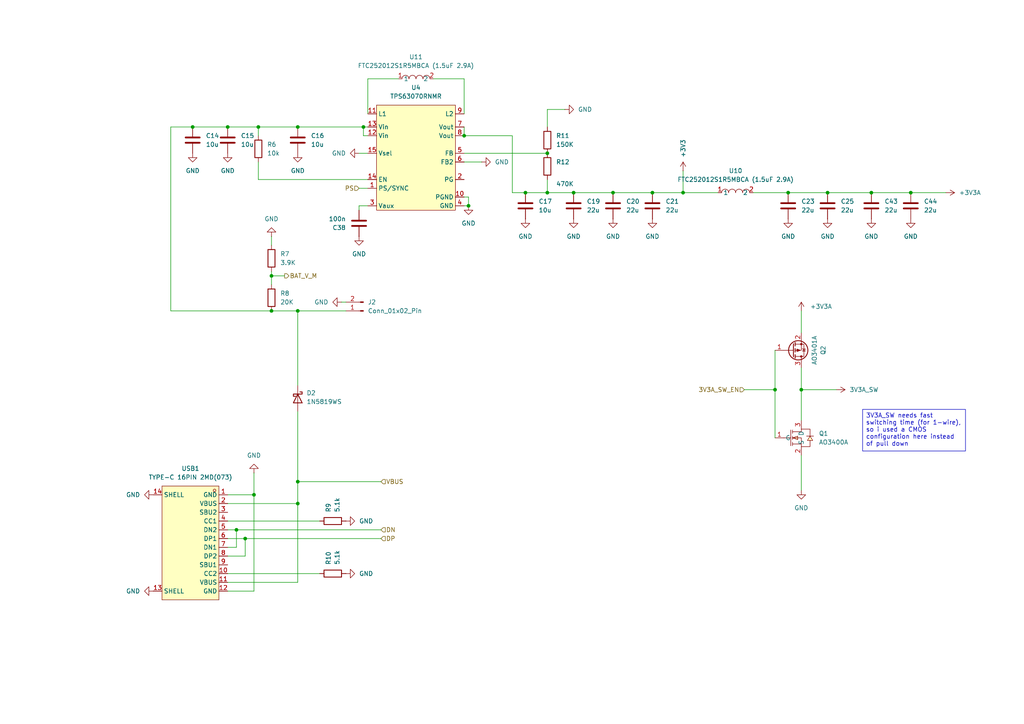
<source format=kicad_sch>
(kicad_sch (version 20231120) (generator "eeschema") (generator_version "8.0")
  (paper "A4")
  (lib_symbols
    (symbol "Connector:Conn_01x02_Pin" (pin_names (offset 1.016) hide)
      (property "Reference" "J" (at 0 2.54 0))
      (property "Value" "Conn_01x02_Pin" (at 0 -5.08 0))
      (symbol "Conn_01x02_Pin_1_1"
        (polyline (pts (xy 1.27 -2.54) (xy 0.8636 -2.54)) (stroke (width 0.1524)))
        (polyline (pts (xy 1.27 0) (xy 0.8636 0)) (stroke (width 0.1524)))
        (rectangle (start 0.8636 -2.413) (end 0 -2.667) (stroke (width 0.1524)) (fill (type outline)))
        (rectangle (start 0.8636 0.127) (end 0 -0.127) (stroke (width 0.1524)) (fill (type outline)))
        (pin passive line (at 5.08 0 180) (length 3.81) (name "Pin_1") (number "1"))
        (pin passive line (at 5.08 -2.54 180) (length 3.81) (name "Pin_2") (number "2"))
      )
    )
    (symbol "Device:C" (pin_numbers hide) (pin_names (offset 0.254))
      (property "Reference" "C" (at 0.635 2.54 0))
      (property "Value" "C" (at 0.635 -2.54 0))
      (symbol "C_0_1"
        (polyline (pts (xy -2.032 -0.762) (xy 2.032 -0.762)) (stroke (width 0.508)))
        (polyline (pts (xy -2.032 0.762) (xy 2.032 0.762)) (stroke (width 0.508)))
      )
      (symbol "C_1_1"
        (pin passive line (at 0 3.81 270) (length 2.794) (name "~") (number "1"))
        (pin passive line (at 0 -3.81 90) (length 2.794) (name "~") (number "2"))
      )
    )
    (symbol "Device:R" (pin_numbers hide) (pin_names (offset 0))
      (property "Reference" "R" (at 2.032 0 90))
      (property "Value" "R" (at 0 0 90))
      (symbol "R_0_1"
        (rectangle (start -1.016 -2.54) (end 1.016 2.54) (stroke (width 0.254)))
      )
      (symbol "R_1_1"
        (pin passive line (at 0 3.81 270) (length 1.27) (name "~") (number "1"))
        (pin passive line (at 0 -3.81 90) (length 1.27) (name "~") (number "2"))
      )
    )
    (symbol "Diode:1N5819WS" (pin_numbers hide) (pin_names (offset 1.016) hide)
      (property "Reference" "D" (at 0 2.54 0))
      (property "Value" "1N5819WS" (at 0 -2.54 0))
      (symbol "1N5819WS_0_1"
        (polyline (pts (xy 1.27 0) (xy -1.27 0)))
        (polyline (pts (xy 1.27 1.27) (xy 1.27 -1.27) (xy -1.27 0) (xy 1.27 1.27)) (stroke (width 0.254)))
        (polyline (pts (xy -1.905 0.635) (xy -1.905 1.27) (xy -1.27 1.27) (xy -1.27 -1.27) (xy -0.635 -1.27) (xy -0.635 -0.635)) (stroke (width 0.254)))
      )
      (symbol "1N5819WS_1_1"
        (pin passive line (at -3.81 0 0) (length 2.54) (name "K") (number "1"))
        (pin passive line (at 3.81 0 180) (length 2.54) (name "A") (number "2"))
      )
    )
    (symbol "Rocketry_Easyeda:AO3400A"
      (property "Reference" "Q" (at 0 10.16 0))
      (property "Value" "AO3400A" (at 0 -10.16 0))
      (symbol "AO3400A_0_1"
        (polyline (pts (xy -2.54 0) (xy -0.51 0)))
        (polyline (pts (xy -0.51 2.29) (xy -0.51 -2.29)))
        (polyline (pts (xy 0 -2.29) (xy 0 -1.27)))
        (polyline (pts (xy 0 -0.51) (xy 0 0.51)))
        (polyline (pts (xy 0 2.29) (xy 0 1.27)))
        (polyline (pts (xy 2.54 -1.78) (xy 0 -1.78)))
        (polyline (pts (xy 0 0) (xy 1.52 -0.51) (xy 1.52 0.51) (xy 0 0)) (fill (type background)))
        (polyline (pts (xy 5.08 0.51) (xy 4.32 -0.76) (xy 5.84 -0.76) (xy 5.08 0.51)) (fill (type background)))
        (polyline (pts (xy 6.1 0.51) (xy 5.59 0.51) (xy 4.57 0.51) (xy 4.06 0.51)))
        (polyline (pts (xy 0 0) (xy 2.54 0) (xy 2.54 -2.54) (xy 5.08 -2.54) (xy 5.08 -0.76)))
        (polyline (pts (xy 0 1.78) (xy 2.54 1.78) (xy 2.54 2.54) (xy 5.08 2.54) (xy 5.08 0.51)))
        (pin unspecified line (at -5.08 0 0) (length 2.54) (name "G") (number "1"))
        (pin unspecified line (at 2.54 -5.08 90) (length 2.54) (name "S") (number "2"))
        (pin unspecified line (at 2.54 5.08 270) (length 2.54) (name "D") (number "3"))
      )
    )
    (symbol "Rocketry_Easyeda:FTC252012S1R5MBCA (1.5uF 2.9A)"
      (property "Reference" "U" (at 0 5.08 0))
      (property "Value" "FTC252012S1R5MBCA (1.5uF 2.9A)" (at 0 -5.08 0))
      (symbol "FTC252012S1R5MBCA (1.5uF 2.9A)_0_1"
        (arc (start -2.03 0.01) (mid -3.055 1.013) (end -4.06 -0.01))
        (arc (start 0 0.01) (mid -1.025 1.013) (end -2.03 -0.01))
        (arc (start 2.03 0.01) (mid 1.005 1.013) (end 0 -0.01))
        (arc (start 4.06 0.01) (mid 3.035 1.013) (end 2.03 -0.01))
        (pin unspecified line (at -5.08 0 0) (length 1.016) (name "1") (number "1"))
        (pin unspecified line (at 5.08 0 180) (length 1.016) (name "2") (number "2"))
      )
    )
    (symbol "Rocketry_Easyeda:TPS63070RNMR"
      (property "Reference" "U" (at 0 13.97 0))
      (property "Value" "TPS63070RNMR" (at 0 -13.97 0))
      (symbol "TPS63070RNMR_0_1"
        (rectangle (start -11.43 19.05) (end 11.43 -11.43) (fill (type background)))
        (pin unspecified line (at -13.97 -5.08 0) (length 2.54) (name "PS/SYNC") (number "1"))
        (pin unspecified line (at 13.97 -7.62 180) (length 2.54) (name "PGND") (number "10"))
        (pin unspecified line (at -13.97 16.51 0) (length 2.54) (name "L1") (number "11"))
        (pin unspecified line (at -13.97 10.16 0) (length 2.54) (name "Vin") (number "12"))
        (pin unspecified line (at -13.97 12.7 0) (length 2.54) (name "Vin") (number "13"))
        (pin unspecified line (at -13.97 -2.54 0) (length 2.54) (name "EN") (number "14"))
        (pin unspecified line (at -13.97 5.08 0) (length 2.54) (name "Vsel") (number "15"))
        (pin unspecified line (at 13.97 -2.54 180) (length 2.54) (name "PG") (number "2"))
        (pin unspecified line (at -13.97 -10.16 0) (length 2.54) (name "Vaux") (number "3"))
        (pin unspecified line (at 13.97 -10.16 180) (length 2.54) (name "GND") (number "4"))
        (pin unspecified line (at 13.97 5.08 180) (length 2.54) (name "FB") (number "5"))
        (pin unspecified line (at 13.97 2.54 180) (length 2.54) (name "FB2") (number "6"))
        (pin unspecified line (at 13.97 12.7 180) (length 2.54) (name "Vout") (number "7"))
        (pin unspecified line (at 13.97 10.16 180) (length 2.54) (name "Vout") (number "8"))
        (pin unspecified line (at 13.97 16.51 180) (length 2.54) (name "L2") (number "9"))
      )
    )
    (symbol "Rocketry_Easyeda:TYPE-C16PIN2MD(073)"
      (property "Reference" "USB" (at 0 19.05 0))
      (property "Value" "TYPE-C 16PIN 2MD(073)" (at 0 -19.05 0))
      (symbol "TYPE-C16PIN2MD(073)_0_1"
        (rectangle (start -8.89 16.51) (end 7.62 -16.51) (fill (type background)))
        (circle (center -7.62 15.24) (radius 0.38))
        (pin unspecified line (at -11.43 13.97 0) (length 2.54) (name "GND") (number "1"))
        (pin unspecified line (at -11.43 -8.89 0) (length 2.54) (name "CC2") (number "10"))
        (pin unspecified line (at -11.43 -11.43 0) (length 2.54) (name "VBUS") (number "11"))
        (pin unspecified line (at -11.43 -13.97 0) (length 2.54) (name "GND") (number "12"))
        (pin unspecified line (at 10.16 -13.97 180) (length 2.54) (name "SHELL") (number "13"))
        (pin unspecified line (at 10.16 13.97 180) (length 2.54) (name "SHELL") (number "14"))
        (pin unspecified line (at -11.43 11.43 0) (length 2.54) (name "VBUS") (number "2"))
        (pin unspecified line (at -11.43 8.89 0) (length 2.54) (name "SBU2") (number "3"))
        (pin unspecified line (at -11.43 6.35 0) (length 2.54) (name "CC1") (number "4"))
        (pin unspecified line (at -11.43 3.81 0) (length 2.54) (name "DN2") (number "5"))
        (pin unspecified line (at -11.43 1.27 0) (length 2.54) (name "DP1") (number "6"))
        (pin unspecified line (at -11.43 -1.27 0) (length 2.54) (name "DN1") (number "7"))
        (pin unspecified line (at -11.43 -3.81 0) (length 2.54) (name "DP2") (number "8"))
        (pin unspecified line (at -11.43 -6.35 0) (length 2.54) (name "SBU1") (number "9"))
      )
    )
    (symbol "Transistor_FET:AO3401A" (pin_names hide)
      (property "Reference" "Q" (at 5.08 1.905 0))
      (property "Value" "AO3401A" (at 5.08 0 0))
      (symbol "AO3401A_0_1"
        (polyline (pts (xy 0.254 0) (xy -2.54 0)))
        (polyline (pts (xy 0.254 1.905) (xy 0.254 -1.905)) (stroke (width 0.254)))
        (polyline (pts (xy 0.762 -1.27) (xy 0.762 -2.286)) (stroke (width 0.254)))
        (polyline (pts (xy 0.762 0.508) (xy 0.762 -0.508)) (stroke (width 0.254)))
        (polyline (pts (xy 0.762 2.286) (xy 0.762 1.27)) (stroke (width 0.254)))
        (polyline (pts (xy 2.54 2.54) (xy 2.54 1.778)))
        (polyline (pts (xy 2.54 -2.54) (xy 2.54 0) (xy 0.762 0)))
        (polyline (pts (xy 0.762 1.778) (xy 3.302 1.778) (xy 3.302 -1.778) (xy 0.762 -1.778)))
        (polyline (pts (xy 2.286 0) (xy 1.27 0.381) (xy 1.27 -0.381) (xy 2.286 0)) (fill (type outline)))
        (polyline (pts (xy 2.794 -0.508) (xy 2.921 -0.381) (xy 3.683 -0.381) (xy 3.81 -0.254)))
        (polyline (pts (xy 3.302 -0.381) (xy 2.921 0.254) (xy 3.683 0.254) (xy 3.302 -0.381)))
        (circle (center 1.651 0) (radius 2.794) (stroke (width 0.254)))
        (circle (center 2.54 -1.778) (radius 0.254) (fill (type outline)))
        (circle (center 2.54 1.778) (radius 0.254) (fill (type outline)))
      )
      (symbol "AO3401A_1_1"
        (pin input line (at -5.08 0 0) (length 2.54) (name "G") (number "1"))
        (pin passive line (at 2.54 -5.08 90) (length 2.54) (name "S") (number "2"))
        (pin passive line (at 2.54 5.08 270) (length 2.54) (name "D") (number "3"))
      )
    )
    (symbol "power:+3.3V" (power) (pin_numbers hide) (pin_names (offset 0) hide)
      (property "Value" "+3.3V" (at 0 3.556 0))
      (symbol "+3.3V_0_1"
        (polyline (pts (xy -0.762 1.27) (xy 0 2.54)))
        (polyline (pts (xy 0 0) (xy 0 2.54)))
        (polyline (pts (xy 0 2.54) (xy 0.762 1.27)))
      )
      (symbol "+3.3V_1_1"
        (pin power_in line (at 0 0 90) (length 0) (name "~") (number "1"))
      )
    )
    (symbol "power:+3.3VA" (power) (pin_numbers hide) (pin_names (offset 0) hide)
      (property "Value" "+3.3VA" (at 0 3.556 0))
      (symbol "+3.3VA_0_1"
        (polyline (pts (xy -0.762 1.27) (xy 0 2.54)))
        (polyline (pts (xy 0 0) (xy 0 2.54)))
        (polyline (pts (xy 0 2.54) (xy 0.762 1.27)))
      )
      (symbol "+3.3VA_1_1"
        (pin power_in line (at 0 0 90) (length 0) (name "~") (number "1"))
      )
    )
    (symbol "power:GND" (power) (pin_numbers hide) (pin_names (offset 0) hide)
      (property "Value" "GND" (at 0 -3.81 0))
      (symbol "GND_0_1"
        (polyline (pts (xy 0 0) (xy 0 -1.27) (xy 1.27 -1.27) (xy 0 -2.54) (xy -1.27 -1.27) (xy 0 -1.27)))
      )
      (symbol "GND_1_1"
        (pin power_in line (at 0 0 270) (length 0) (name "~") (number "1"))
      )
    )
  )
  (junction (at 189.23 55.88))
  (junction (at 252.73 55.88))
  (junction (at 86.36 146.05))
  (junction (at 228.6 55.88))
  (junction (at 74.93 36.83))
  (junction (at 224.79 113.03))
  (junction (at 68.58 153.67))
  (junction (at 135.89 59.69))
  (junction (at 232.41 113.03))
  (junction (at 264.16 55.88))
  (junction (at 177.8 55.88))
  (junction (at 71.12 156.21))
  (junction (at 152.4 55.88))
  (junction (at 134.62 39.37))
  (junction (at 166.37 55.88))
  (junction (at 240.03 55.88))
  (junction (at 158.75 44.45))
  (junction (at 198.12 55.88))
  (junction (at 78.74 90.17))
  (junction (at 86.36 90.17))
  (junction (at 55.88 36.83))
  (junction (at 86.36 139.7))
  (junction (at 86.36 36.83))
  (junction (at 105.41 36.83))
  (junction (at 158.75 55.88))
  (junction (at 78.74 80.01))
  (junction (at 66.04 36.83))
  (junction (at 73.66 143.51))
  (wire (pts (xy 198.12 55.88) (xy 208.28 55.88)))
  (wire (pts (xy 49.53 36.83) (xy 55.88 36.83)))
  (wire (pts (xy 134.62 22.86) (xy 125.73 22.86)))
  (wire (pts (xy 86.36 36.83) (xy 105.41 36.83)))
  (wire (pts (xy 224.79 113.03) (xy 224.79 101.6)))
  (wire (pts (xy 66.04 36.83) (xy 55.88 36.83)))
  (wire (pts (xy 228.6 55.88) (xy 240.03 55.88)))
  (wire (pts (xy 148.59 39.37) (xy 148.59 55.88)))
  (wire (pts (xy 86.36 139.7) (xy 86.36 146.05)))
  (wire (pts (xy 177.8 55.88) (xy 189.23 55.88)))
  (wire (pts (xy 218.44 55.88) (xy 228.6 55.88)))
  (wire (pts (xy 74.93 36.83) (xy 74.93 39.37)))
  (wire (pts (xy 86.36 90.17) (xy 86.36 111.76)))
  (wire (pts (xy 49.53 90.17) (xy 78.74 90.17)))
  (wire (pts (xy 78.74 90.17) (xy 86.36 90.17)))
  (wire (pts (xy 73.66 143.51) (xy 66.04 143.51)))
  (wire (pts (xy 152.4 55.88) (xy 158.75 55.88)))
  (wire (pts (xy 110.49 139.7) (xy 86.36 139.7)))
  (wire (pts (xy 86.36 90.17) (xy 100.33 90.17)))
  (wire (pts (xy 242.57 113.03) (xy 232.41 113.03)))
  (wire (pts (xy 134.62 33.02) (xy 134.62 22.86)))
  (wire (pts (xy 105.41 36.83) (xy 106.68 36.83)))
  (wire (pts (xy 166.37 55.88) (xy 177.8 55.88)))
  (wire (pts (xy 66.04 168.91) (xy 86.36 168.91)))
  (wire (pts (xy 49.53 90.17) (xy 49.53 36.83)))
  (wire (pts (xy 78.74 80.01) (xy 78.74 82.55)))
  (wire (pts (xy 106.68 22.86) (xy 115.57 22.86)))
  (wire (pts (xy 66.04 166.37) (xy 92.71 166.37)))
  (wire (pts (xy 135.89 57.15) (xy 135.89 59.69)))
  (wire (pts (xy 232.41 90.17) (xy 232.41 96.52)))
  (wire (pts (xy 71.12 156.21) (xy 71.12 161.29)))
  (wire (pts (xy 86.36 119.38) (xy 86.36 139.7)))
  (wire (pts (xy 252.73 55.88) (xy 264.16 55.88)))
  (wire (pts (xy 135.89 59.69) (xy 134.62 59.69)))
  (wire (pts (xy 86.36 168.91) (xy 86.36 146.05)))
  (wire (pts (xy 78.74 68.58) (xy 78.74 71.12)))
  (wire (pts (xy 66.04 161.29) (xy 71.12 161.29)))
  (wire (pts (xy 232.41 113.03) (xy 232.41 121.92)))
  (wire (pts (xy 163.83 31.75) (xy 158.75 31.75)))
  (wire (pts (xy 74.93 46.99) (xy 74.93 52.07)))
  (wire (pts (xy 189.23 55.88) (xy 198.12 55.88)))
  (wire (pts (xy 134.62 46.99) (xy 139.7 46.99)))
  (wire (pts (xy 106.68 33.02) (xy 106.68 22.86)))
  (wire (pts (xy 73.66 143.51) (xy 73.66 171.45)))
  (wire (pts (xy 66.04 171.45) (xy 73.66 171.45)))
  (wire (pts (xy 158.75 31.75) (xy 158.75 36.83)))
  (wire (pts (xy 78.74 80.01) (xy 78.74 78.74)))
  (wire (pts (xy 240.03 55.88) (xy 252.73 55.88)))
  (wire (pts (xy 66.04 156.21) (xy 71.12 156.21)))
  (wire (pts (xy 104.14 44.45) (xy 106.68 44.45)))
  (wire (pts (xy 134.62 44.45) (xy 158.75 44.45)))
  (wire (pts (xy 105.41 36.83) (xy 105.41 39.37)))
  (wire (pts (xy 104.14 54.61) (xy 106.68 54.61)))
  (wire (pts (xy 73.66 137.16) (xy 73.66 143.51)))
  (wire (pts (xy 105.41 39.37) (xy 106.68 39.37)))
  (wire (pts (xy 66.04 151.13) (xy 92.71 151.13)))
  (wire (pts (xy 74.93 36.83) (xy 86.36 36.83)))
  (wire (pts (xy 134.62 39.37) (xy 148.59 39.37)))
  (wire (pts (xy 264.16 55.88) (xy 274.32 55.88)))
  (wire (pts (xy 158.75 55.88) (xy 158.75 52.07)))
  (wire (pts (xy 148.59 55.88) (xy 152.4 55.88)))
  (wire (pts (xy 134.62 57.15) (xy 135.89 57.15)))
  (wire (pts (xy 74.93 52.07) (xy 106.68 52.07)))
  (wire (pts (xy 78.74 80.01) (xy 82.55 80.01)))
  (wire (pts (xy 68.58 153.67) (xy 110.49 153.67)))
  (wire (pts (xy 224.79 113.03) (xy 224.79 127)))
  (wire (pts (xy 99.06 87.63) (xy 100.33 87.63)))
  (wire (pts (xy 74.93 36.83) (xy 66.04 36.83)))
  (wire (pts (xy 215.9 113.03) (xy 224.79 113.03)))
  (wire (pts (xy 66.04 146.05) (xy 86.36 146.05)))
  (wire (pts (xy 232.41 113.03) (xy 232.41 106.68)))
  (wire (pts (xy 71.12 156.21) (xy 110.49 156.21)))
  (wire (pts (xy 232.41 132.08) (xy 232.41 142.24)))
  (wire (pts (xy 68.58 158.75) (xy 66.04 158.75)))
  (wire (pts (xy 66.04 153.67) (xy 68.58 153.67)))
  (wire (pts (xy 134.62 36.83) (xy 134.62 39.37)))
  (wire (pts (xy 104.14 60.96) (xy 104.14 59.69)))
  (wire (pts (xy 198.12 49.53) (xy 198.12 55.88)))
  (wire (pts (xy 68.58 153.67) (xy 68.58 158.75)))
  (wire (pts (xy 158.75 55.88) (xy 166.37 55.88)))
  (wire (pts (xy 104.14 59.69) (xy 106.68 59.69)))
  (text_box "3V3A_SW needs fast switching time (for 1-wire), so i used a CMOS configuration here instead of pull down" (at 250.19 118.745 0) (size 29.845 12.065) (effects (font (size 1.27 1.27)) (justify left top)))
  (hierarchical_label "VBUS" (shape input) (at 110.49 139.7 0))
  (hierarchical_label "3V3A_SW_EN" (shape input) (at 215.9 113.03 180))
  (hierarchical_label "DP" (shape input) (at 110.49 156.21 0))
  (hierarchical_label "DN" (shape input) (at 110.49 153.67 0))
  (hierarchical_label "BAT_V_M" (shape output) (at 82.55 80.01 0))
  (hierarchical_label "PS" (shape input) (at 104.14 54.61 180))
  (symbol (lib_id "power:GND") (at 228.6 63.5 0) (unit 1)
    (property "Reference" "#PWR047" (effects (hide yes)))
    (property "Value" "GND" (at 228.6 68.58 0))
    (property "Description" "Power symbol creates a global label with name \"GND\" , ground" (effects (hide yes)))
  )
  (symbol (lib_id "power:+3.3VA") (at 242.57 113.03 270) (mirror x) (unit 1)
    (property "Reference" "#PWR052" (effects (hide yes)))
    (property "Value" "3V3A_SW" (at 246.38 113.0299 90) (effects (justify left)))
    (property "Description" "Power symbol creates a global label with name \"+3.3VA\"" (effects (hide yes)))
  )
  (symbol (lib_id "Transistor_FET:AO3401A") (at 229.87 101.6 0) (mirror x) (unit 1)
    (property "Reference" "Q2" (at 238.76 101.6 90))
    (property "Value" "AO3401A" (at 236.22 101.6 90))
    (property "Footprint" "Package_TO_SOT_SMD:SOT-23" (effects (hide yes)))
    (property "Datasheet" "http://www.aosmd.com/pdfs/datasheet/AO3401A.pdf" (effects (hide yes)))
    (property "Description" "-4.0A Id, -30V Vds, P-Channel MOSFET, SOT-23" (effects (hide yes)))
  )
  (symbol (lib_id "Device:C") (at 189.23 59.69 180) (unit 1)
    (property "Reference" "C21" (at 193.04 58.42 0) (effects (justify right)))
    (property "Value" "22u" (at 193.04 60.96 0) (effects (justify right)))
    (property "Footprint" "Capacitor_SMD:C_0603_1608Metric" (effects (hide yes)))
    (property "Description" "Unpolarized capacitor" (effects (hide yes)))
  )
  (symbol (lib_id "power:GND") (at 240.03 63.5 0) (unit 1)
    (property "Reference" "#PWR050" (effects (hide yes)))
    (property "Value" "GND" (at 240.03 68.58 0))
    (property "Description" "Power symbol creates a global label with name \"GND\" , ground" (effects (hide yes)))
  )
  (symbol (lib_id "Device:C") (at 152.4 59.69 180) (unit 1)
    (property "Reference" "C17" (at 156.21 58.42 0) (effects (justify right)))
    (property "Value" "10u" (at 156.21 60.96 0) (effects (justify right)))
    (property "Footprint" "Capacitor_SMD:C_0603_1608Metric" (effects (hide yes)))
    (property "Description" "Unpolarized capacitor" (effects (hide yes)))
  )
  (symbol (lib_id "power:GND") (at 177.8 63.5 0) (unit 1)
    (property "Reference" "#PWR042" (effects (hide yes)))
    (property "Value" "GND" (at 177.8 68.58 0))
    (property "Description" "Power symbol creates a global label with name \"GND\" , ground" (effects (hide yes)))
  )
  (symbol (lib_id "power:GND") (at 66.04 44.45 0) (unit 1)
    (property "Reference" "#PWR027" (effects (hide yes)))
    (property "Value" "GND" (at 66.04 49.53 0))
    (property "Description" "Power symbol creates a global label with name \"GND\" , ground" (effects (hide yes)))
  )
  (symbol (lib_id "Device:C") (at 55.88 40.64 180) (unit 1)
    (property "Reference" "C14" (at 59.69 39.37 0) (effects (justify right)))
    (property "Value" "10u" (at 59.69 41.91 0) (effects (justify right)))
    (property "Footprint" "Capacitor_SMD:C_0603_1608Metric" (effects (hide yes)))
    (property "Description" "Unpolarized capacitor" (effects (hide yes)))
  )
  (symbol (lib_id "Device:C") (at 177.8 59.69 180) (unit 1)
    (property "Reference" "C20" (at 181.61 58.42 0) (effects (justify right)))
    (property "Value" "22u" (at 181.61 60.96 0) (effects (justify right)))
    (property "Footprint" "Capacitor_SMD:C_0603_1608Metric" (effects (hide yes)))
    (property "Description" "Unpolarized capacitor" (effects (hide yes)))
  )
  (symbol (lib_id "Rocketry_Easyeda:TYPE-C16PIN2MD(073)") (at 54.61 157.48 0) (mirror y) (unit 1)
    (property "Reference" "USB1" (at 55.245 135.89 0))
    (property "Value" "TYPE-C 16PIN 2MD(073)" (at 55.245 138.43 0))
    (property "Footprint" "Rocketry_Easyeda:USB-C-SMD_TYPE-C-6PIN-2MD-073" (effects (hide yes)))
    (property "LCSC Part" "C2765186" (effects (hide yes)))
  )
  (symbol (lib_id "Device:R") (at 96.52 166.37 270) (unit 1)
    (property "Reference" "R10" (at 95.2499 163.83 0) (effects (justify right)))
    (property "Value" "5.1k" (at 97.7899 163.83 0) (effects (justify right)))
    (property "Footprint" "Resistor_SMD:R_0402_1005Metric" (effects (hide yes)))
    (property "Description" "Resistor" (effects (hide yes)))
  )
  (symbol (lib_id "Device:R") (at 158.75 40.64 0) (unit 1)
    (property "Reference" "R11" (at 161.29 39.3699 0) (effects (justify left)))
    (property "Value" "150K" (at 161.29 41.9099 0) (effects (justify left)))
    (property "Footprint" "Resistor_SMD:R_0402_1005Metric" (effects (hide yes)))
    (property "Description" "Resistor" (effects (hide yes)))
  )
  (symbol (lib_id "Device:C") (at 104.14 64.77 0) (unit 1)
    (property "Reference" "C38" (at 100.33 66.04 0) (effects (justify right)))
    (property "Value" "100n" (at 100.33 63.5 0) (effects (justify right)))
    (property "Footprint" "Capacitor_SMD:C_0402_1005Metric" (effects (hide yes)))
    (property "Description" "Unpolarized capacitor" (effects (hide yes)))
  )
  (symbol (lib_id "Device:C") (at 66.04 40.64 180) (unit 1)
    (property "Reference" "C15" (at 69.85 39.37 0) (effects (justify right)))
    (property "Value" "10u" (at 69.85 41.91 0) (effects (justify right)))
    (property "Footprint" "Capacitor_SMD:C_0603_1608Metric" (effects (hide yes)))
    (property "Description" "Unpolarized capacitor" (effects (hide yes)))
  )
  (symbol (lib_id "power:GND") (at 44.45 171.45 270) (unit 1)
    (property "Reference" "#PWR024" (effects (hide yes)))
    (property "Value" "GND" (at 40.64 171.4499 90) (effects (justify right)))
    (property "Description" "Power symbol creates a global label with name \"GND\" , ground" (effects (hide yes)))
  )
  (symbol (lib_id "Device:R") (at 158.75 48.26 0) (unit 1)
    (property "Reference" "R12" (at 161.29 46.9899 0) (effects (justify left)))
    (property "Value" "470K" (at 161.29 53.3399 0) (effects (justify left)))
    (property "Footprint" "Resistor_SMD:R_0402_1005Metric" (effects (hide yes)))
    (property "Description" "Resistor" (effects (hide yes)))
  )
  (symbol (lib_id "power:GND") (at 100.33 151.13 90) (unit 1)
    (property "Reference" "#PWR032" (effects (hide yes)))
    (property "Value" "GND" (at 104.14 151.1299 90) (effects (justify right)))
    (property "Description" "Power symbol creates a global label with name \"GND\" , ground" (effects (hide yes)))
  )
  (symbol (lib_id "power:GND") (at 189.23 63.5 0) (unit 1)
    (property "Reference" "#PWR043" (effects (hide yes)))
    (property "Value" "GND" (at 189.23 68.58 0))
    (property "Description" "Power symbol creates a global label with name \"GND\" , ground" (effects (hide yes)))
  )
  (symbol (lib_id "power:GND") (at 166.37 63.5 0) (unit 1)
    (property "Reference" "#PWR041" (effects (hide yes)))
    (property "Value" "GND" (at 166.37 68.58 0))
    (property "Description" "Power symbol creates a global label with name \"GND\" , ground" (effects (hide yes)))
  )
  (symbol (lib_id "power:+3.3V") (at 198.12 49.53 0) (unit 1)
    (property "Reference" "#PWR044" (effects (hide yes)))
    (property "Value" "+3V3" (at 198.1201 45.72 90) (effects (justify left)))
    (property "Description" "Power symbol creates a global label with name \"+3.3V\"" (effects (hide yes)))
  )
  (symbol (lib_id "power:GND") (at 100.33 166.37 90) (unit 1)
    (property "Reference" "#PWR033" (effects (hide yes)))
    (property "Value" "GND" (at 104.14 166.3699 90) (effects (justify right)))
    (property "Description" "Power symbol creates a global label with name \"GND\" , ground" (effects (hide yes)))
  )
  (symbol (lib_id "power:GND") (at 73.66 137.16 180) (unit 1)
    (property "Reference" "#PWR028" (effects (hide yes)))
    (property "Value" "GND" (at 73.66 132.08 0))
    (property "Description" "Power symbol creates a global label with name \"GND\" , ground" (effects (hide yes)))
  )
  (symbol (lib_id "power:+3.3VA") (at 274.32 55.88 270) (unit 1)
    (property "Reference" "#PWR053" (effects (hide yes)))
    (property "Value" "+3V3A" (at 278.13 55.8799 90) (effects (justify left)))
    (property "Description" "Power symbol creates a global label with name \"+3.3VA\"" (effects (hide yes)))
  )
  (symbol (lib_id "Connector:Conn_01x02_Pin") (at 105.41 90.17 180) (unit 1)
    (property "Reference" "J2" (at 106.68 87.6299 0) (effects (justify right)))
    (property "Value" "Conn_01x02_Pin" (at 106.68 90.1699 0) (effects (justify right)))
    (property "Footprint" "Rocketry_Manual:1054301102" (effects (hide yes)))
    (property "Description" "Generic connector, single row, 01x02, script generated" (effects (hide yes)))
  )
  (symbol (lib_id "Rocketry_Easyeda:AO3400A") (at 229.87 127 0) (unit 1)
    (property "Reference" "Q1" (at 237.49 125.7299 0) (effects (justify left)))
    (property "Value" "AO3400A" (at 237.49 128.2699 0) (effects (justify left)))
    (property "Footprint" "Rocketry_Easyeda:SOT-23-3_L2.9-W1.3-P1.90-LS2.4-BR" (effects (hide yes)))
    (property "Datasheet" "https://lcsc.com/product-detail/MOSFET_AOS_AO3400A_AO3400A_C20917.html" (effects (hide yes)))
    (property "LCSC Part" "C20917" (effects (hide yes)))
  )
  (symbol (lib_id "Device:C") (at 264.16 59.69 180) (unit 1)
    (property "Reference" "C44" (at 267.97 58.42 0) (effects (justify right)))
    (property "Value" "22u" (at 267.97 60.96 0) (effects (justify right)))
    (property "Footprint" "Capacitor_SMD:C_0603_1608Metric" (effects (hide yes)))
    (property "Description" "Unpolarized capacitor" (effects (hide yes)))
  )
  (symbol (lib_id "power:GND") (at 99.06 87.63 270) (unit 1)
    (property "Reference" "#PWR031" (effects (hide yes)))
    (property "Value" "GND" (at 95.25 87.6299 90) (effects (justify right)))
    (property "Description" "Power symbol creates a global label with name \"GND\" , ground" (effects (hide yes)))
  )
  (symbol (lib_id "power:GND") (at 264.16 63.5 0) (unit 1)
    (property "Reference" "#PWR085" (effects (hide yes)))
    (property "Value" "GND" (at 264.16 68.58 0))
    (property "Description" "Power symbol creates a global label with name \"GND\" , ground" (effects (hide yes)))
  )
  (symbol (lib_id "Device:R") (at 96.52 151.13 270) (unit 1)
    (property "Reference" "R9" (at 95.2499 148.59 0) (effects (justify right)))
    (property "Value" "5.1k" (at 97.7899 148.59 0) (effects (justify right)))
    (property "Footprint" "Resistor_SMD:R_0402_1005Metric" (effects (hide yes)))
    (property "Description" "Resistor" (effects (hide yes)))
  )
  (symbol (lib_id "Device:R") (at 74.93 43.18 180) (unit 1)
    (property "Reference" "R6" (at 77.47 41.9099 0) (effects (justify right)))
    (property "Value" "10k" (at 77.47 44.4499 0) (effects (justify right)))
    (property "Footprint" "Resistor_SMD:R_0402_1005Metric" (effects (hide yes)))
    (property "Description" "Resistor" (effects (hide yes)))
  )
  (symbol (lib_id "Device:C") (at 240.03 59.69 180) (unit 1)
    (property "Reference" "C25" (at 243.84 58.42 0) (effects (justify right)))
    (property "Value" "22u" (at 243.84 60.96 0) (effects (justify right)))
    (property "Footprint" "Capacitor_SMD:C_0603_1608Metric" (effects (hide yes)))
    (property "Description" "Unpolarized capacitor" (effects (hide yes)))
  )
  (symbol (lib_id "power:GND") (at 44.45 143.51 270) (unit 1)
    (property "Reference" "#PWR023" (effects (hide yes)))
    (property "Value" "GND" (at 40.64 143.5099 90) (effects (justify right)))
    (property "Description" "Power symbol creates a global label with name \"GND\" , ground" (effects (hide yes)))
  )
  (symbol (lib_id "power:+3.3V") (at 232.41 90.17 0) (mirror y) (unit 1)
    (property "Reference" "#PWR046" (effects (hide yes)))
    (property "Value" "+3V3A" (at 234.95 88.8999 0) (effects (justify right)))
    (property "Description" "Power symbol creates a global label with name \"+3.3V\"" (effects (hide yes)))
  )
  (symbol (lib_id "Device:R") (at 78.74 86.36 0) (unit 1)
    (property "Reference" "R8" (at 81.28 85.09 0) (effects (justify left)))
    (property "Value" "20K" (at 81.28 87.63 0) (effects (justify left)))
    (property "Footprint" "Resistor_SMD:R_0402_1005Metric" (effects (hide yes)))
    (property "Description" "Resistor" (effects (hide yes)))
  )
  (symbol (lib_id "power:GND") (at 78.74 68.58 180) (unit 1)
    (property "Reference" "#PWR029" (effects (hide yes)))
    (property "Value" "GND" (at 78.74 63.5 0))
    (property "Description" "Power symbol creates a global label with name \"GND\" , ground" (effects (hide yes)))
  )
  (symbol (lib_id "power:GND") (at 104.14 68.58 0) (unit 1)
    (property "Reference" "#PWR077" (effects (hide yes)))
    (property "Value" "GND" (at 104.14 73.66 0))
    (property "Description" "Power symbol creates a global label with name \"GND\" , ground" (effects (hide yes)))
  )
  (symbol (lib_id "power:GND") (at 86.36 44.45 0) (unit 1)
    (property "Reference" "#PWR030" (effects (hide yes)))
    (property "Value" "GND" (at 86.36 49.53 0))
    (property "Description" "Power symbol creates a global label with name \"GND\" , ground" (effects (hide yes)))
  )
  (symbol (lib_id "power:GND") (at 232.41 142.24 0) (mirror y) (unit 1)
    (property "Reference" "#PWR037" (effects (hide yes)))
    (property "Value" "GND" (at 232.41 147.32 0))
    (property "Description" "Power symbol creates a global label with name \"GND\" , ground" (effects (hide yes)))
  )
  (symbol (lib_id "Device:C") (at 86.36 40.64 180) (unit 1)
    (property "Reference" "C16" (at 90.17 39.37 0) (effects (justify right)))
    (property "Value" "10u" (at 90.17 41.91 0) (effects (justify right)))
    (property "Footprint" "Capacitor_SMD:C_0603_1608Metric" (effects (hide yes)))
    (property "Description" "Unpolarized capacitor" (effects (hide yes)))
  )
  (symbol (lib_id "Rocketry_Easyeda:TPS63070RNMR") (at 120.65 49.53 0) (unit 1)
    (property "Reference" "U4" (at 120.65 25.4 0))
    (property "Value" "TPS63070RNMR" (at 120.65 27.94 0))
    (property "Footprint" "Rocketry_Easyeda:VQFN-HR-15_L3.0-W2.5-P0.50-BL_TPS63070RNMR" (effects (hide yes)))
    (property "Datasheet" "https://lcsc.com/product-detail/DC-DC-Converters_TI_TPS63070RNMR_TPS63070RNMR_C109322.html" (effects (hide yes)))
    (property "LCSC Part" "C109322" (effects (hide yes)))
  )
  (symbol (lib_id "power:GND") (at 163.83 31.75 90) (unit 1)
    (property "Reference" "#PWR040" (effects (hide yes)))
    (property "Value" "GND" (at 167.64 31.7499 90) (effects (justify right)))
    (property "Description" "Power symbol creates a global label with name \"GND\" , ground" (effects (hide yes)))
  )
  (symbol (lib_id "power:GND") (at 55.88 44.45 0) (unit 1)
    (property "Reference" "#PWR025" (effects (hide yes)))
    (property "Value" "GND" (at 55.88 49.53 0))
    (property "Description" "Power symbol creates a global label with name \"GND\" , ground" (effects (hide yes)))
  )
  (symbol (lib_id "Rocketry_Easyeda:FTC252012S1R5MBCA (1.5uF 2.9A)") (at 213.36 55.88 0) (unit 1)
    (property "Reference" "U10" (at 213.36 49.53 0))
    (property "Value" "FTC252012S1R5MBCA (1.5uF 2.9A)" (at 213.36 52.07 0))
    (property "Footprint" "Rocketry_Easyeda:IND-SMD_L2.5-W2.0_MEKK2520TR47M" (effects (hide yes)))
    (property "LCSC Part" "C5832371" (effects (hide yes)))
  )
  (symbol (lib_id "Device:R") (at 78.74 74.93 0) (unit 1)
    (property "Reference" "R7" (at 81.28 73.66 0) (effects (justify left)))
    (property "Value" "3.9K" (at 81.28 76.2 0) (effects (justify left)))
    (property "Footprint" "Resistor_SMD:R_0402_1005Metric" (effects (hide yes)))
    (property "Description" "Resistor" (effects (hide yes)))
  )
  (symbol (lib_id "Device:C") (at 228.6 59.69 180) (unit 1)
    (property "Reference" "C23" (at 232.41 58.42 0) (effects (justify right)))
    (property "Value" "22u" (at 232.41 60.96 0) (effects (justify right)))
    (property "Footprint" "Capacitor_SMD:C_0603_1608Metric" (effects (hide yes)))
    (property "Description" "Unpolarized capacitor" (effects (hide yes)))
  )
  (symbol (lib_id "Diode:1N5819WS") (at 86.36 115.57 270) (unit 1)
    (property "Reference" "D2" (at 88.9 113.9824 90) (effects (justify left)))
    (property "Value" "1N5819WS" (at 88.9 116.5224 90) (effects (justify left)))
    (property "Footprint" "Diode_SMD:D_SOD-323" (effects (hide yes)))
    (property "Datasheet" "https://datasheet.lcsc.com/lcsc/2204281430_Guangdong-Hottech-1N5819WS_C191023.pdf" (effects (hide yes)))
    (property "Description" "40V 600mV@1A 1A SOD-323 Schottky Barrier Diodes, SOD-323" (effects (hide yes)))
  )
  (symbol (lib_id "power:GND") (at 139.7 46.99 90) (unit 1)
    (property "Reference" "#PWR036" (effects (hide yes)))
    (property "Value" "GND" (at 143.51 46.9899 90) (effects (justify right)))
    (property "Description" "Power symbol creates a global label with name \"GND\" , ground" (effects (hide yes)))
  )
  (symbol (lib_id "power:GND") (at 135.89 59.69 0) (unit 1)
    (property "Reference" "#PWR034" (effects (hide yes)))
    (property "Value" "GND" (at 135.89 64.77 0))
    (property "Description" "Power symbol creates a global label with name \"GND\" , ground" (effects (hide yes)))
  )
  (symbol (lib_id "power:GND") (at 152.4 63.5 0) (unit 1)
    (property "Reference" "#PWR038" (effects (hide yes)))
    (property "Value" "GND" (at 152.4 68.58 0))
    (property "Description" "Power symbol creates a global label with name \"GND\" , ground" (effects (hide yes)))
  )
  (symbol (lib_id "Rocketry_Easyeda:FTC252012S1R5MBCA (1.5uF 2.9A)") (at 120.65 22.86 0) (unit 1)
    (property "Reference" "U11" (at 120.65 16.51 0))
    (property "Value" "FTC252012S1R5MBCA (1.5uF 2.9A)" (at 120.65 19.05 0))
    (property "Footprint" "Rocketry_Easyeda:IND-SMD_L2.5-W2.0_MEKK2520TR47M" (effects (hide yes)))
    (property "LCSC Part" "C5832371" (effects (hide yes)))
  )
  (symbol (lib_id "power:GND") (at 252.73 63.5 0) (unit 1)
    (property "Reference" "#PWR084" (effects (hide yes)))
    (property "Value" "GND" (at 252.73 68.58 0))
    (property "Description" "Power symbol creates a global label with name \"GND\" , ground" (effects (hide yes)))
  )
  (symbol (lib_id "Device:C") (at 166.37 59.69 180) (unit 1)
    (property "Reference" "C19" (at 170.18 58.42 0) (effects (justify right)))
    (property "Value" "22u" (at 170.18 60.96 0) (effects (justify right)))
    (property "Footprint" "Capacitor_SMD:C_0603_1608Metric" (effects (hide yes)))
    (property "Description" "Unpolarized capacitor" (effects (hide yes)))
  )
  (symbol (lib_id "Device:C") (at 252.73 59.69 180) (unit 1)
    (property "Reference" "C43" (at 256.54 58.42 0) (effects (justify right)))
    (property "Value" "22u" (at 256.54 60.96 0) (effects (justify right)))
    (property "Footprint" "Capacitor_SMD:C_0603_1608Metric" (effects (hide yes)))
    (property "Description" "Unpolarized capacitor" (effects (hide yes)))
  )
  (symbol (lib_id "power:GND") (at 104.14 44.45 270) (unit 1)
    (property "Reference" "#PWR035" (effects (hide yes)))
    (property "Value" "GND" (at 100.33 44.4499 90) (effects (justify right)))
    (property "Description" "Power symbol creates a global label with name \"GND\" , ground" (effects (hide yes)))
  )
)
</source>
